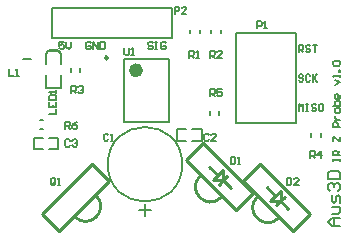
<source format=gto>
G04 Layer_Color=65535*
%FSLAX24Y24*%
%MOIN*%
G70*
G01*
G75*
%ADD17C,0.0098*%
%ADD18C,0.0100*%
%ADD25C,0.0079*%
%ADD26C,0.0236*%
%ADD27C,0.0050*%
%ADD28C,0.0059*%
D17*
X3878Y5809D02*
G03*
X3878Y5809I-49J0D01*
G01*
D18*
X2783Y509D02*
G03*
X3490Y1216I354J354D01*
G01*
X6947Y1865D02*
G03*
X7654Y1158I354J-354D01*
G01*
X8857Y1176D02*
G03*
X9564Y469I354J-354D01*
G01*
X1687Y615D02*
X2252Y50D01*
X3914Y1711D01*
X3348Y2277D02*
X3914Y1711D01*
X1687Y615D02*
X3348Y2277D01*
X6488Y2396D02*
X7053Y2961D01*
X6488Y2396D02*
X8149Y734D01*
X8715Y1300D01*
X7053Y2961D02*
X8715Y1300D01*
X7265Y2183D02*
X7548Y1901D01*
X7725Y2077D01*
X7371Y1724D02*
X7725D01*
X7725Y2077D02*
X7725Y1724D01*
X7371D02*
X7548Y1901D01*
X7725Y1724D02*
X7972Y1476D01*
X7584Y1582D02*
X7866Y1865D01*
X8398Y1707D02*
X8963Y2272D01*
X8398Y1707D02*
X10059Y45D01*
X10625Y611D01*
X8963Y2272D02*
X10625Y611D01*
X9176Y1495D02*
X9458Y1212D01*
X9635Y1388D01*
X9282Y1035D02*
X9635D01*
Y1388D01*
X9282Y1035D02*
X9458Y1212D01*
X9635Y1035D02*
X9883Y787D01*
X9494Y893D02*
X9777Y1176D01*
D25*
X6358Y2264D02*
G03*
X6358Y2264I-1240J0D01*
G01*
X1043Y5768D02*
X1319D01*
X4918Y724D02*
X5318D01*
X5118Y524D02*
Y924D01*
X6012Y6459D02*
Y7459D01*
X2012Y6459D02*
X6012D01*
X2012Y7459D02*
X6012D01*
X2012Y6459D02*
Y7459D01*
X4419Y3661D02*
X5915D01*
X4419Y5787D02*
X5915D01*
Y3661D02*
Y5787D01*
X4419Y3661D02*
Y5787D01*
X10146Y4717D02*
Y6634D01*
Y3634D02*
Y6634D01*
X8146Y3634D02*
Y6634D01*
Y3634D02*
X10146D01*
X8146Y6634D02*
X10146D01*
D26*
X4931Y5394D02*
G03*
X4931Y5394I-118J0D01*
G01*
D27*
X6951Y6633D02*
Y6753D01*
X6631Y6633D02*
Y6753D01*
X7640Y6633D02*
Y6753D01*
X7320Y6633D02*
Y6753D01*
X6693Y3445D02*
X7008D01*
X6181D02*
X6496D01*
X6181Y3051D02*
Y3445D01*
Y3051D02*
X6496D01*
X6693D02*
X7008D01*
Y3445D01*
X1919Y3150D02*
X2234D01*
X1407D02*
X1722D01*
X1407Y2756D02*
Y3150D01*
Y2756D02*
X1722D01*
X1919D02*
X2234D01*
Y3150D01*
X1801Y5945D02*
X1880Y6024D01*
X2254D01*
X1860Y6004D02*
X1929Y6073D01*
X2205D02*
X2264Y6014D01*
X2254Y6024D02*
X2333Y5945D01*
Y5591D02*
Y5945D01*
X1801Y5591D02*
Y5945D01*
Y4803D02*
X2333D01*
Y5236D01*
X1801Y4803D02*
Y5236D01*
X1929Y6073D02*
X2205D01*
X2965Y5353D02*
Y5473D01*
X2645Y5353D02*
Y5473D01*
X10987Y3188D02*
Y3308D01*
X10667Y3188D02*
Y3308D01*
X7591Y3914D02*
Y4034D01*
X7271Y3914D02*
Y4034D01*
X1613Y3753D02*
X1733D01*
X1613Y3433D02*
X1733D01*
D28*
X591Y5453D02*
Y5217D01*
X748D01*
X827D02*
X905D01*
X866D01*
Y5453D01*
X827Y5413D01*
X6594Y5807D02*
Y6043D01*
X6713D01*
X6752Y6004D01*
Y5925D01*
X6713Y5886D01*
X6594D01*
X6673D02*
X6752Y5807D01*
X6831D02*
X6909D01*
X6870D01*
Y6043D01*
X6831Y6004D01*
X7283Y5807D02*
Y6043D01*
X7402D01*
X7441Y6004D01*
Y5925D01*
X7402Y5886D01*
X7283D01*
X7362D02*
X7441Y5807D01*
X7677D02*
X7520D01*
X7677Y5965D01*
Y6004D01*
X7638Y6043D01*
X7559D01*
X7520Y6004D01*
X11378Y2362D02*
Y2441D01*
Y2402D01*
X11614D01*
Y2362D01*
Y2441D01*
Y2559D02*
X11378D01*
Y2677D01*
X11417Y2716D01*
X11496D01*
X11535Y2677D01*
Y2559D01*
Y2638D02*
X11614Y2716D01*
X11378Y3031D02*
Y3189D01*
X11417D01*
X11575Y3031D01*
X11614D01*
Y3189D01*
Y3504D02*
X11378D01*
Y3622D01*
X11417Y3661D01*
X11496D01*
X11535Y3622D01*
Y3504D01*
X11457Y3740D02*
X11614D01*
X11535D01*
X11496Y3779D01*
X11457Y3818D01*
Y3858D01*
X11614Y4015D02*
Y4094D01*
X11575Y4133D01*
X11496D01*
X11457Y4094D01*
Y4015D01*
X11496Y3976D01*
X11575D01*
X11614Y4015D01*
X11378Y4212D02*
X11614D01*
Y4330D01*
X11575Y4369D01*
X11535D01*
X11496D01*
X11457Y4330D01*
Y4212D01*
X11614Y4566D02*
Y4487D01*
X11575Y4448D01*
X11496D01*
X11457Y4487D01*
Y4566D01*
X11496Y4606D01*
X11535D01*
Y4448D01*
X11457Y4920D02*
X11614Y4999D01*
X11457Y5078D01*
X11614Y5157D02*
Y5235D01*
Y5196D01*
X11378D01*
X11417Y5157D01*
X11614Y5353D02*
X11575D01*
Y5393D01*
X11614D01*
Y5353D01*
X11417Y5550D02*
X11378Y5590D01*
Y5668D01*
X11417Y5708D01*
X11575D01*
X11614Y5668D01*
Y5590D01*
X11575Y5550D01*
X11417D01*
X2126Y1614D02*
Y1772D01*
X2087Y1811D01*
X2008D01*
X1969Y1772D01*
Y1614D01*
X2008Y1575D01*
X2087D01*
X2047Y1654D02*
X2126Y1575D01*
X2087D02*
X2126Y1614D01*
X2205Y1575D02*
X2283D01*
X2244D01*
Y1811D01*
X2205Y1772D01*
X7972Y2500D02*
Y2264D01*
X8091D01*
X8130Y2303D01*
Y2461D01*
X8091Y2500D01*
X7972D01*
X8209Y2264D02*
X8287D01*
X8248D01*
Y2500D01*
X8209Y2461D01*
X9843Y1811D02*
Y1575D01*
X9961D01*
X10000Y1614D01*
Y1772D01*
X9961Y1811D01*
X9843D01*
X10236Y1575D02*
X10079D01*
X10236Y1732D01*
Y1772D01*
X10197Y1811D01*
X10118D01*
X10079Y1772D01*
X6102Y7283D02*
Y7520D01*
X6220D01*
X6260Y7480D01*
Y7402D01*
X6220Y7362D01*
X6102D01*
X6496Y7283D02*
X6339D01*
X6496Y7441D01*
Y7480D01*
X6457Y7520D01*
X6378D01*
X6339Y7480D01*
X3898Y3248D02*
X3858Y3287D01*
X3780D01*
X3740Y3248D01*
Y3091D01*
X3780Y3051D01*
X3858D01*
X3898Y3091D01*
X3976Y3051D02*
X4055D01*
X4016D01*
Y3287D01*
X3976Y3248D01*
X7244D02*
X7205Y3287D01*
X7126D01*
X7087Y3248D01*
Y3091D01*
X7126Y3051D01*
X7205D01*
X7244Y3091D01*
X7480Y3051D02*
X7323D01*
X7480Y3209D01*
Y3248D01*
X7441Y3287D01*
X7362D01*
X7323Y3248D01*
X2618Y3051D02*
X2579Y3090D01*
X2500D01*
X2461Y3051D01*
Y2894D01*
X2500Y2854D01*
X2579D01*
X2618Y2894D01*
X2697Y3051D02*
X2736Y3090D01*
X2815D01*
X2854Y3051D01*
Y3012D01*
X2815Y2972D01*
X2775D01*
X2815D01*
X2854Y2933D01*
Y2894D01*
X2815Y2854D01*
X2736D01*
X2697Y2894D01*
X1929Y3937D02*
X2165D01*
Y4094D01*
X1929Y4331D02*
Y4173D01*
X2165D01*
Y4331D01*
X2047Y4173D02*
Y4252D01*
X1929Y4409D02*
X2165D01*
Y4527D01*
X2126Y4567D01*
X1969D01*
X1929Y4527D01*
Y4409D01*
X2165Y4645D02*
Y4724D01*
Y4685D01*
X1929D01*
X1969Y4645D01*
X2657Y4626D02*
Y4862D01*
X2776D01*
X2815Y4823D01*
Y4744D01*
X2776Y4705D01*
X2657D01*
X2736D02*
X2815Y4626D01*
X2894Y4823D02*
X2933Y4862D01*
X3012D01*
X3051Y4823D01*
Y4783D01*
X3012Y4744D01*
X2972D01*
X3012D01*
X3051Y4705D01*
Y4665D01*
X3012Y4626D01*
X2933D01*
X2894Y4665D01*
X10630Y2461D02*
Y2697D01*
X10748D01*
X10787Y2657D01*
Y2579D01*
X10748Y2539D01*
X10630D01*
X10709D02*
X10787Y2461D01*
X10984D02*
Y2697D01*
X10866Y2579D01*
X11023D01*
X7283Y4528D02*
Y4764D01*
X7402D01*
X7441Y4724D01*
Y4646D01*
X7402Y4606D01*
X7283D01*
X7362D02*
X7441Y4528D01*
X7677Y4764D02*
X7520D01*
Y4646D01*
X7598Y4685D01*
X7638D01*
X7677Y4646D01*
Y4567D01*
X7638Y4528D01*
X7559D01*
X7520Y4567D01*
X2461Y3445D02*
Y3681D01*
X2579D01*
X2618Y3642D01*
Y3563D01*
X2579Y3524D01*
X2461D01*
X2539D02*
X2618Y3445D01*
X2854Y3681D02*
X2775Y3642D01*
X2697Y3563D01*
Y3484D01*
X2736Y3445D01*
X2815D01*
X2854Y3484D01*
Y3524D01*
X2815Y3563D01*
X2697D01*
X4429Y6142D02*
Y5945D01*
X4468Y5906D01*
X4547D01*
X4587Y5945D01*
Y6142D01*
X4665Y5906D02*
X4744D01*
X4705D01*
Y6142D01*
X4665Y6102D01*
X8858Y6791D02*
Y7027D01*
X8976D01*
X9016Y6988D01*
Y6909D01*
X8976Y6870D01*
X8858D01*
X9094Y6791D02*
X9173D01*
X9134D01*
Y7027D01*
X9094Y6988D01*
X11614Y197D02*
X11352D01*
X11221Y328D01*
X11352Y459D01*
X11614D01*
X11417D01*
Y197D01*
X11352Y590D02*
X11549D01*
X11614Y656D01*
Y853D01*
X11352D01*
X11614Y984D02*
Y1181D01*
X11549Y1246D01*
X11483Y1181D01*
Y1050D01*
X11417Y984D01*
X11352Y1050D01*
Y1246D01*
X11286Y1378D02*
X11221Y1443D01*
Y1574D01*
X11286Y1640D01*
X11352D01*
X11417Y1574D01*
Y1509D01*
Y1574D01*
X11483Y1640D01*
X11549D01*
X11614Y1574D01*
Y1443D01*
X11549Y1378D01*
X11221Y1771D02*
X11614D01*
Y1968D01*
X11549Y2034D01*
X11286D01*
X11221Y1968D01*
Y1771D01*
X5374Y6299D02*
X5335Y6339D01*
X5256D01*
X5217Y6299D01*
Y6260D01*
X5256Y6220D01*
X5335D01*
X5374Y6181D01*
Y6142D01*
X5335Y6102D01*
X5256D01*
X5217Y6142D01*
X5453Y6339D02*
X5531D01*
X5492D01*
Y6102D01*
X5453D01*
X5531D01*
X5807Y6299D02*
X5768Y6339D01*
X5689D01*
X5649Y6299D01*
Y6142D01*
X5689Y6102D01*
X5768D01*
X5807Y6142D01*
Y6220D01*
X5728D01*
X3307Y6299D02*
X3268Y6339D01*
X3189D01*
X3150Y6299D01*
Y6142D01*
X3189Y6102D01*
X3268D01*
X3307Y6142D01*
Y6220D01*
X3228D01*
X3386Y6102D02*
Y6339D01*
X3543Y6102D01*
Y6339D01*
X3622D02*
Y6102D01*
X3740D01*
X3779Y6142D01*
Y6299D01*
X3740Y6339D01*
X3622D01*
X2421D02*
X2264D01*
Y6220D01*
X2342Y6260D01*
X2382D01*
X2421Y6220D01*
Y6142D01*
X2382Y6102D01*
X2303D01*
X2264Y6142D01*
X2500Y6339D02*
Y6181D01*
X2579Y6102D01*
X2657Y6181D01*
Y6339D01*
X10236Y4035D02*
Y4272D01*
X10315Y4193D01*
X10394Y4272D01*
Y4035D01*
X10472Y4272D02*
X10551D01*
X10512D01*
Y4035D01*
X10472D01*
X10551D01*
X10827Y4232D02*
X10787Y4272D01*
X10709D01*
X10669Y4232D01*
Y4193D01*
X10709Y4154D01*
X10787D01*
X10827Y4114D01*
Y4075D01*
X10787Y4035D01*
X10709D01*
X10669Y4075D01*
X11023Y4272D02*
X10945D01*
X10905Y4232D01*
Y4075D01*
X10945Y4035D01*
X11023D01*
X11063Y4075D01*
Y4232D01*
X11023Y4272D01*
X10394Y5216D02*
X10354Y5256D01*
X10276D01*
X10236Y5216D01*
Y5177D01*
X10276Y5138D01*
X10354D01*
X10394Y5098D01*
Y5059D01*
X10354Y5020D01*
X10276D01*
X10236Y5059D01*
X10630Y5216D02*
X10590Y5256D01*
X10512D01*
X10472Y5216D01*
Y5059D01*
X10512Y5020D01*
X10590D01*
X10630Y5059D01*
X10709Y5256D02*
Y5020D01*
Y5098D01*
X10866Y5256D01*
X10748Y5138D01*
X10866Y5020D01*
X10236Y6004D02*
Y6240D01*
X10354D01*
X10394Y6201D01*
Y6122D01*
X10354Y6083D01*
X10236D01*
X10315D02*
X10394Y6004D01*
X10630Y6201D02*
X10590Y6240D01*
X10512D01*
X10472Y6201D01*
Y6161D01*
X10512Y6122D01*
X10590D01*
X10630Y6083D01*
Y6043D01*
X10590Y6004D01*
X10512D01*
X10472Y6043D01*
X10709Y6240D02*
X10866D01*
X10787D01*
Y6004D01*
M02*

</source>
